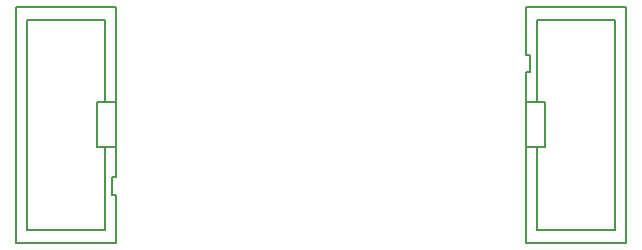
<source format=gbo>
G75*
%MOIN*%
%OFA0B0*%
%FSLAX25Y25*%
%IPPOS*%
%LPD*%
%AMOC8*
5,1,8,0,0,1.08239X$1,22.5*
%
%ADD10C,0.00800*%
D10*
X0014965Y0003630D02*
X0048035Y0003630D01*
X0048035Y0019622D01*
X0046854Y0019622D01*
X0046854Y0025445D01*
X0048035Y0025445D01*
X0048035Y0035587D01*
X0048035Y0050413D01*
X0048035Y0082370D01*
X0014965Y0082370D01*
X0014965Y0003630D01*
X0018606Y0008059D02*
X0044394Y0008059D01*
X0044394Y0035587D01*
X0041933Y0035587D02*
X0048035Y0035587D01*
X0041933Y0035587D02*
X0041933Y0050413D01*
X0048035Y0050413D01*
X0044394Y0050413D02*
X0044394Y0077941D01*
X0018606Y0077941D01*
X0018606Y0008059D01*
X0184965Y0003630D02*
X0218035Y0003630D01*
X0218035Y0082370D01*
X0184965Y0082370D01*
X0184965Y0066378D01*
X0186146Y0066378D01*
X0186146Y0060555D01*
X0184965Y0060555D01*
X0184965Y0050413D01*
X0184965Y0035587D01*
X0184965Y0003630D01*
X0188606Y0008059D02*
X0214394Y0008059D01*
X0214394Y0077941D01*
X0188606Y0077941D01*
X0188606Y0050413D01*
X0191067Y0050413D02*
X0184965Y0050413D01*
X0191067Y0050413D02*
X0191067Y0035587D01*
X0184965Y0035587D01*
X0188606Y0035587D02*
X0188606Y0008059D01*
M02*

</source>
